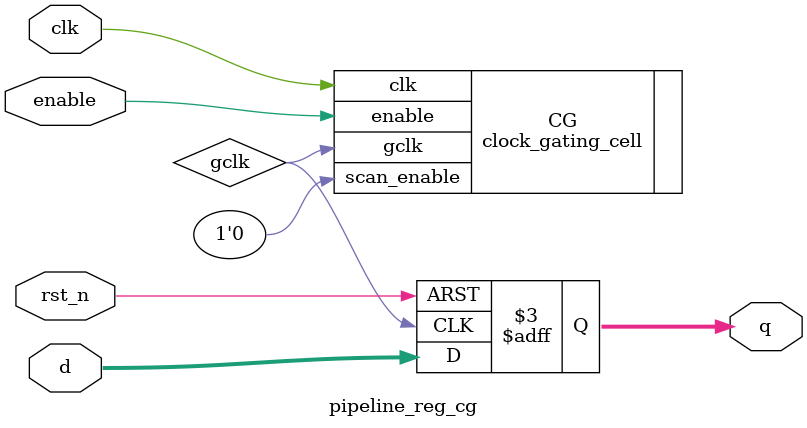
<source format=sv>
module pipeline_reg_cg #(
    parameter WIDTH = 16
)(
    input  logic             clk,
    input  logic             rst_n,
    input  logic             enable,
    input  logic [WIDTH-1:0] d,
    output logic [WIDTH-1:0] q
);
    logic gclk;

    clock_gating_cell CG (
        .clk(clk),
        .enable(enable),
        .scan_enable(1'b0),
        .gclk(gclk)
    );

    always_ff @(posedge gclk or negedge rst_n) begin
        if (!rst_n)
            q <= '0;
        else
            q <= d;
    end
endmodule

</source>
